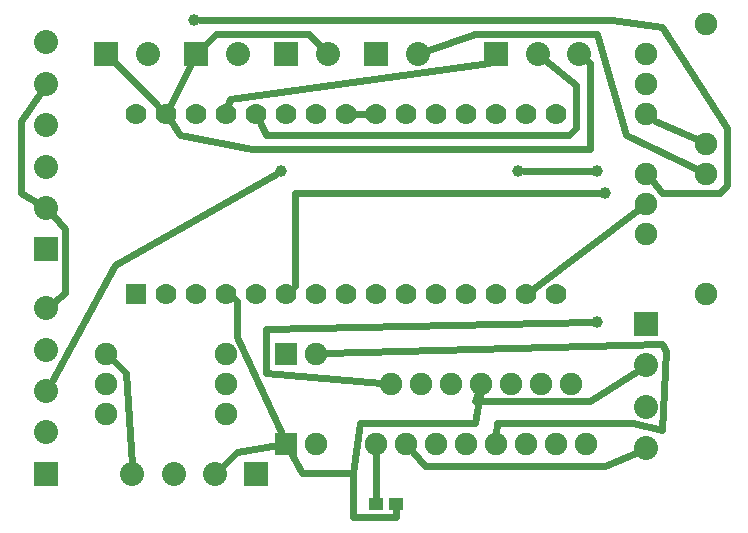
<source format=gtl>
G04 MADE WITH FRITZING*
G04 WWW.FRITZING.ORG*
G04 DOUBLE SIDED*
G04 HOLES PLATED*
G04 CONTOUR ON CENTER OF CONTOUR VECTOR*
%ASAXBY*%
%FSLAX23Y23*%
%MOIN*%
%OFA0B0*%
%SFA1.0B1.0*%
%ADD10C,0.074803*%
%ADD11C,0.075000*%
%ADD12C,0.039370*%
%ADD13C,0.080000*%
%ADD14C,0.070000*%
%ADD15R,0.075000X0.075000*%
%ADD16R,0.047244X0.043307*%
%ADD17R,0.080000X0.080000*%
%ADD18R,0.070000X0.069972*%
%ADD19C,0.024000*%
%LNCOPPER1*%
G90*
G70*
G54D10*
X1317Y506D03*
X1417Y506D03*
X1517Y506D03*
X1617Y506D03*
X1717Y506D03*
X1817Y506D03*
X1917Y506D03*
X1267Y306D03*
X1367Y306D03*
X1467Y306D03*
X1567Y306D03*
X1667Y306D03*
X1767Y306D03*
X1867Y306D03*
X1967Y306D03*
X1317Y506D03*
X1417Y506D03*
X1517Y506D03*
X1617Y506D03*
X1717Y506D03*
X1817Y506D03*
X1917Y506D03*
X1267Y306D03*
X1367Y306D03*
X1467Y306D03*
X1567Y306D03*
X1667Y306D03*
X1767Y306D03*
X1867Y306D03*
X1967Y306D03*
G54D11*
X967Y606D03*
X1067Y606D03*
X967Y306D03*
X1067Y306D03*
G54D12*
X2004Y1215D03*
X1740Y1215D03*
X2004Y711D03*
X2028Y1143D03*
X948Y1215D03*
X660Y1719D03*
G54D13*
X167Y955D03*
X167Y1092D03*
X167Y1230D03*
X167Y1368D03*
X167Y1506D03*
X167Y1644D03*
X167Y206D03*
X167Y344D03*
X167Y481D03*
X167Y619D03*
X167Y757D03*
X367Y1606D03*
X505Y1606D03*
X967Y1606D03*
X1105Y1606D03*
X1667Y1606D03*
X1805Y1606D03*
X1942Y1606D03*
X867Y206D03*
X729Y206D03*
X591Y206D03*
X453Y206D03*
X2167Y706D03*
X2167Y568D03*
X2167Y430D03*
X2167Y292D03*
X1267Y1606D03*
X1405Y1606D03*
X667Y1606D03*
X805Y1606D03*
G54D14*
X467Y806D03*
X567Y806D03*
X667Y806D03*
X767Y806D03*
X867Y806D03*
X967Y806D03*
X1067Y806D03*
X1167Y806D03*
X1267Y806D03*
X1367Y806D03*
X1467Y806D03*
X1567Y806D03*
X1667Y806D03*
X1767Y806D03*
X1867Y806D03*
X467Y1406D03*
X567Y1406D03*
X667Y1406D03*
X767Y1406D03*
X867Y1406D03*
X967Y1406D03*
X1067Y1406D03*
X1167Y1406D03*
X1267Y1406D03*
X1367Y1406D03*
X1467Y1406D03*
X1567Y1406D03*
X1667Y1406D03*
X1767Y1406D03*
X1867Y1406D03*
G54D11*
X367Y406D03*
X767Y406D03*
X367Y506D03*
X767Y506D03*
X367Y606D03*
X767Y606D03*
X2367Y1306D03*
X2367Y1706D03*
X2367Y1206D03*
X2367Y806D03*
X2167Y1606D03*
X2167Y1506D03*
X2167Y1406D03*
X2167Y1206D03*
X2167Y1106D03*
X2167Y1006D03*
G54D15*
X967Y606D03*
X967Y306D03*
G54D16*
X1267Y106D03*
X1334Y106D03*
G54D17*
X167Y955D03*
X167Y206D03*
X367Y1606D03*
X967Y1606D03*
X1667Y1606D03*
X867Y206D03*
X2167Y706D03*
X1267Y1606D03*
X667Y1606D03*
G54D18*
X467Y806D03*
G54D19*
X2341Y1318D02*
X2196Y1383D01*
D02*
X2144Y1089D02*
X1790Y823D01*
D02*
X1267Y122D02*
X1267Y273D01*
D02*
X2196Y1383D02*
X2190Y1388D01*
D02*
X451Y237D02*
X432Y543D01*
D02*
X1196Y1406D02*
X1238Y1406D01*
D02*
X780Y1455D02*
X1644Y1575D01*
D02*
X774Y1434D02*
X780Y1455D01*
D02*
X432Y543D02*
X388Y586D01*
D02*
X1644Y1575D02*
X1648Y1581D01*
D02*
X2100Y1335D02*
X2341Y1218D01*
D02*
X2004Y1671D02*
X2100Y1335D01*
D02*
X1596Y1671D02*
X2004Y1671D01*
D02*
X1434Y1616D02*
X1596Y1671D01*
D02*
X1908Y1335D02*
X1932Y1359D01*
D02*
X900Y1335D02*
X1908Y1335D01*
D02*
X879Y1379D02*
X900Y1335D01*
D02*
X1932Y1503D02*
X1829Y1586D01*
D02*
X1932Y1359D02*
X1932Y1503D01*
D02*
X689Y1628D02*
X732Y1671D01*
D02*
X1044Y1671D02*
X1084Y1629D01*
D02*
X732Y1671D02*
X1044Y1671D01*
D02*
X580Y1432D02*
X653Y1578D01*
D02*
X389Y1584D02*
X546Y1426D01*
D02*
X84Y1383D02*
X149Y1480D01*
D02*
X84Y1143D02*
X84Y1383D01*
D02*
X140Y1109D02*
X84Y1143D01*
D02*
X228Y1023D02*
X188Y1069D01*
D02*
X228Y807D02*
X228Y1023D01*
D02*
X191Y777D02*
X228Y807D01*
D02*
X804Y783D02*
X792Y791D01*
D02*
X804Y663D02*
X804Y783D01*
D02*
X955Y332D02*
X804Y663D01*
D02*
X751Y228D02*
X804Y279D01*
D02*
X804Y279D02*
X939Y301D01*
D02*
X1020Y207D02*
X980Y281D01*
D02*
X1188Y207D02*
X1020Y207D01*
D02*
X1188Y63D02*
X1188Y207D01*
D02*
X1332Y63D02*
X1188Y63D01*
D02*
X1333Y90D02*
X1332Y63D01*
D02*
X1212Y375D02*
X1188Y207D01*
D02*
X1596Y375D02*
X1212Y375D01*
D02*
X1612Y473D02*
X1596Y375D01*
D02*
X1596Y447D02*
X1606Y475D01*
D02*
X1980Y447D02*
X1596Y447D01*
D02*
X2141Y551D02*
X1980Y447D01*
D02*
X1980Y1575D02*
X1980Y1287D01*
D02*
X1967Y1586D02*
X1980Y1575D01*
D02*
X612Y1335D02*
X583Y1381D01*
D02*
X852Y1287D02*
X612Y1335D01*
D02*
X1980Y1287D02*
X852Y1287D01*
D02*
X2124Y375D02*
X2220Y351D01*
D02*
X1668Y375D02*
X2124Y375D01*
D02*
X1667Y339D02*
X1668Y375D01*
D02*
X2220Y351D02*
X2232Y615D01*
D02*
X1985Y1215D02*
X1759Y1215D01*
D02*
X1388Y280D02*
X1428Y231D01*
D02*
X2220Y639D02*
X1095Y607D01*
D02*
X2232Y615D02*
X2220Y639D01*
D02*
X2028Y231D02*
X2138Y280D01*
D02*
X1428Y231D02*
X2028Y231D01*
D02*
X900Y687D02*
X1985Y711D01*
D02*
X900Y543D02*
X900Y687D01*
D02*
X1284Y509D02*
X900Y543D01*
D02*
X996Y1143D02*
X2009Y1143D01*
D02*
X996Y831D02*
X996Y1143D01*
D02*
X989Y825D02*
X996Y831D01*
D02*
X182Y509D02*
X396Y903D01*
D02*
X2220Y1695D02*
X2436Y1359D01*
D02*
X2052Y1719D02*
X2220Y1695D01*
D02*
X679Y1719D02*
X2052Y1719D01*
D02*
X396Y903D02*
X931Y1206D01*
D02*
X2436Y1359D02*
X2436Y1167D01*
D02*
X2220Y1143D02*
X2185Y1184D01*
D02*
X2412Y1143D02*
X2220Y1143D01*
D02*
X2436Y1167D02*
X2412Y1143D01*
G04 End of Copper1*
M02*
</source>
